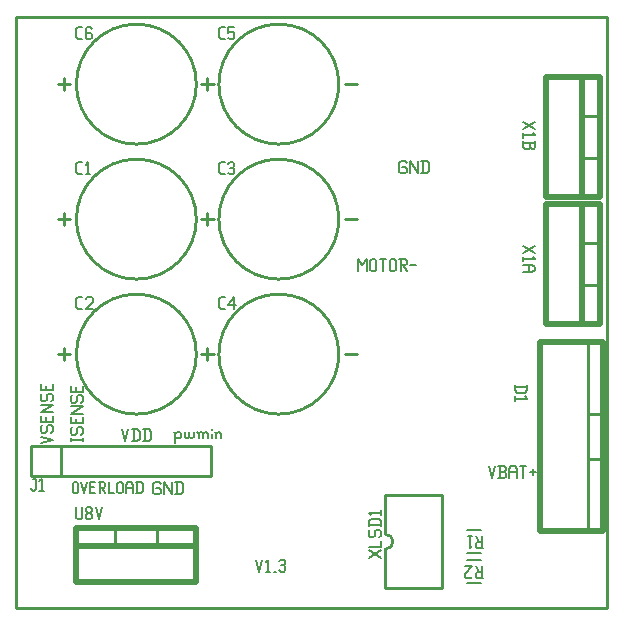
<source format=gto>
G04 start of page 7 for group -4079 idx -4079 *
G04 Title: Motor regeling, topsilk *
G04 Creator: pcb 20140316 *
G04 CreationDate: Sun 28 Feb 2016 01:10:26 PM GMT UTC *
G04 For: thba *
G04 Format: Gerber/RS-274X *
G04 PCB-Dimensions (mil): 1970.00 1970.00 *
G04 PCB-Coordinate-Origin: lower left *
%MOIN*%
%FSLAX25Y25*%
%LNTOPSILK*%
%ADD75C,0.0200*%
%ADD74C,0.0080*%
%ADD73C,0.0100*%
G54D73*X0Y197000D02*X197000D01*
Y0D02*Y197000D01*
Y0D02*X0D01*
Y197000D01*
G54D74*X157404Y47160D02*X158404Y43160D01*
X159404Y47160D01*
X160604Y43160D02*X162604D01*
X163104Y43660D01*
Y44860D02*Y43660D01*
X162604Y45360D02*X163104Y44860D01*
X161104Y45360D02*X162604D01*
X161104Y47160D02*Y43160D01*
X160604Y47160D02*X162604D01*
X163104Y46660D01*
Y45860D01*
X162604Y45360D02*X163104Y45860D01*
X164304Y46160D02*Y43160D01*
Y46160D02*X165004Y47160D01*
X166104D01*
X166804Y46160D01*
Y43160D01*
X164304Y45160D02*X166804D01*
X168004Y47160D02*X170004D01*
X169004D02*Y43160D01*
X171204Y45160D02*X173204D01*
X172204Y46160D02*Y44160D01*
X35360Y59409D02*X36360Y55409D01*
X37360Y59409D01*
X39060D02*Y55409D01*
X40360Y59409D02*X41060Y58709D01*
Y56109D01*
X40360Y55409D02*X41060Y56109D01*
X38560Y55409D02*X40360D01*
X38560Y59409D02*X40360D01*
X42760D02*Y55409D01*
X44060Y59409D02*X44760Y58709D01*
Y56109D01*
X44060Y55409D02*X44760Y56109D01*
X42260Y55409D02*X44060D01*
X42260Y59409D02*X44060D01*
X52958Y57901D02*Y54901D01*
X52458Y58401D02*X52958Y57901D01*
X53458Y58401D01*
X54458D01*
X54958Y57901D01*
Y56901D01*
X54458Y56401D02*X54958Y56901D01*
X53458Y56401D02*X54458D01*
X52958Y56901D02*X53458Y56401D01*
X56158Y58401D02*Y56901D01*
X56658Y56401D01*
X57158D01*
X57658Y56901D01*
Y58401D02*Y56901D01*
X58158Y56401D01*
X58658D01*
X59158Y56901D01*
Y58401D02*Y56901D01*
X60858Y57901D02*Y56401D01*
Y57901D02*X61358Y58401D01*
X61858D01*
X62358Y57901D01*
Y56401D01*
Y57901D02*X62858Y58401D01*
X63358D01*
X63858Y57901D01*
Y56401D01*
X60358Y58401D02*X60858Y57901D01*
X65058Y59401D02*Y59301D01*
Y57901D02*Y56401D01*
X66558Y57901D02*Y56401D01*
Y57901D02*X67058Y58401D01*
X67558D01*
X68058Y57901D01*
Y56401D01*
X66058Y58401D02*X66558Y57901D01*
X8137Y55040D02*X12137Y56040D01*
X8137Y57040D01*
Y60240D02*X8637Y60740D01*
X8137Y60240D02*Y58740D01*
X8637Y58240D02*X8137Y58740D01*
X8637Y58240D02*X9637D01*
X10137Y58740D01*
Y60240D02*Y58740D01*
Y60240D02*X10637Y60740D01*
X11637D01*
X12137Y60240D02*X11637Y60740D01*
X12137Y60240D02*Y58740D01*
X11637Y58240D02*X12137Y58740D01*
X9937Y63440D02*Y61940D01*
X12137Y63940D02*Y61940D01*
X8137D02*X12137D01*
X8137Y63940D02*Y61940D01*
Y65140D02*X12137D01*
X8137D02*X12137Y67640D01*
X8137D02*X12137D01*
X8137Y70840D02*X8637Y71340D01*
X8137Y70840D02*Y69340D01*
X8637Y68840D02*X8137Y69340D01*
X8637Y68840D02*X9637D01*
X10137Y69340D01*
Y70840D02*Y69340D01*
Y70840D02*X10637Y71340D01*
X11637D01*
X12137Y70840D02*X11637Y71340D01*
X12137Y70840D02*Y69340D01*
X11637Y68840D02*X12137Y69340D01*
X9937Y74040D02*Y72540D01*
X12137Y74540D02*Y72540D01*
X8137D02*X12137D01*
X8137Y74540D02*Y72540D01*
X18107Y56505D02*Y55505D01*
Y56005D02*X22107D01*
Y56505D02*Y55505D01*
X18107Y59705D02*X18607Y60205D01*
X18107Y59705D02*Y58205D01*
X18607Y57705D02*X18107Y58205D01*
X18607Y57705D02*X19607D01*
X20107Y58205D01*
Y59705D02*Y58205D01*
Y59705D02*X20607Y60205D01*
X21607D01*
X22107Y59705D02*X21607Y60205D01*
X22107Y59705D02*Y58205D01*
X21607Y57705D02*X22107Y58205D01*
X19907Y62905D02*Y61405D01*
X22107Y63405D02*Y61405D01*
X18107D02*X22107D01*
X18107Y63405D02*Y61405D01*
Y64605D02*X22107D01*
X18107D02*X22107Y67105D01*
X18107D02*X22107D01*
X18107Y70305D02*X18607Y70805D01*
X18107Y70305D02*Y68805D01*
X18607Y68305D02*X18107Y68805D01*
X18607Y68305D02*X19607D01*
X20107Y68805D01*
Y70305D02*Y68805D01*
Y70305D02*X20607Y70805D01*
X21607D01*
X22107Y70305D02*X21607Y70805D01*
X22107Y70305D02*Y68805D01*
X21607Y68305D02*X22107Y68805D01*
X19907Y73505D02*Y72005D01*
X22107Y74005D02*Y72005D01*
X18107D02*X22107D01*
X18107Y74005D02*Y72005D01*
X18781Y41318D02*Y38618D01*
Y41318D02*X19231Y41768D01*
X20131D01*
X20581Y41318D01*
Y38618D01*
X20131Y38168D02*X20581Y38618D01*
X19231Y38168D02*X20131D01*
X18781Y38618D02*X19231Y38168D01*
X21661Y41768D02*X22561Y38168D01*
X23461Y41768D01*
X24541Y40148D02*X25891D01*
X24541Y38168D02*X26341D01*
X24541Y41768D02*Y38168D01*
Y41768D02*X26341D01*
X27421D02*X29221D01*
X29671Y41318D01*
Y40418D01*
X29221Y39968D02*X29671Y40418D01*
X27871Y39968D02*X29221D01*
X27871Y41768D02*Y38168D01*
X28591Y39968D02*X29671Y38168D01*
X30751Y41768D02*Y38168D01*
X32551D01*
X33631Y41318D02*Y38618D01*
Y41318D02*X34081Y41768D01*
X34981D01*
X35431Y41318D01*
Y38618D01*
X34981Y38168D02*X35431Y38618D01*
X34081Y38168D02*X34981D01*
X33631Y38618D02*X34081Y38168D01*
X36511Y40868D02*Y38168D01*
Y40868D02*X37141Y41768D01*
X38131D01*
X38761Y40868D01*
Y38168D01*
X36511Y39968D02*X38761D01*
X40291Y41768D02*Y38168D01*
X41461Y41768D02*X42091Y41138D01*
Y38798D01*
X41461Y38168D02*X42091Y38798D01*
X39841Y38168D02*X41461D01*
X39841Y41768D02*X41461D01*
X47627Y41852D02*X48127Y41352D01*
X46127Y41852D02*X47627D01*
X45627Y41352D02*X46127Y41852D01*
X45627Y41352D02*Y38352D01*
X46127Y37852D01*
X47627D01*
X48127Y38352D01*
Y39352D02*Y38352D01*
X47627Y39852D02*X48127Y39352D01*
X46627Y39852D02*X47627D01*
X49327Y41852D02*Y37852D01*
Y41852D02*X51827Y37852D01*
Y41852D02*Y37852D01*
X53527Y41852D02*Y37852D01*
X54827Y41852D02*X55527Y41152D01*
Y38552D01*
X54827Y37852D02*X55527Y38552D01*
X53027Y37852D02*X54827D01*
X53027Y41852D02*X54827D01*
X80000Y16000D02*X81000Y12000D01*
X82000Y16000D01*
X83200Y15200D02*X84000Y16000D01*
Y12000D01*
X83200D02*X84700D01*
X85900D02*X86400D01*
X87600Y15500D02*X88100Y16000D01*
X89100D01*
X89600Y15500D01*
X89100Y12000D02*X89600Y12500D01*
X88100Y12000D02*X89100D01*
X87600Y12500D02*X88100Y12000D01*
Y14200D02*X89100D01*
X89600Y15500D02*Y14700D01*
Y13700D02*Y12500D01*
Y13700D02*X89100Y14200D01*
X89600Y14700D02*X89100Y14200D01*
X113809Y116057D02*Y112057D01*
Y116057D02*X115309Y114057D01*
X116809Y116057D01*
Y112057D01*
X118009Y115557D02*Y112557D01*
Y115557D02*X118509Y116057D01*
X119509D01*
X120009Y115557D01*
Y112557D01*
X119509Y112057D02*X120009Y112557D01*
X118509Y112057D02*X119509D01*
X118009Y112557D02*X118509Y112057D01*
X121209Y116057D02*X123209D01*
X122209D02*Y112057D01*
X124409Y115557D02*Y112557D01*
Y115557D02*X124909Y116057D01*
X125909D01*
X126409Y115557D01*
Y112557D01*
X125909Y112057D02*X126409Y112557D01*
X124909Y112057D02*X125909D01*
X124409Y112557D02*X124909Y112057D01*
X127609Y116057D02*X129609D01*
X130109Y115557D01*
Y114557D01*
X129609Y114057D02*X130109Y114557D01*
X128109Y114057D02*X129609D01*
X128109Y116057D02*Y112057D01*
X128909Y114057D02*X130109Y112057D01*
X131309Y114057D02*X133309D01*
X129643Y148839D02*X130143Y148339D01*
X128143Y148839D02*X129643D01*
X127643Y148339D02*X128143Y148839D01*
X127643Y148339D02*Y145339D01*
X128143Y144839D01*
X129643D01*
X130143Y145339D01*
Y146339D02*Y145339D01*
X129643Y146839D02*X130143Y146339D01*
X128643Y146839D02*X129643D01*
X131343Y148839D02*Y144839D01*
Y148839D02*X133843Y144839D01*
Y148839D02*Y144839D01*
X135543Y148839D02*Y144839D01*
X136843Y148839D02*X137543Y148139D01*
Y145539D01*
X136843Y144839D02*X137543Y145539D01*
X135043Y144839D02*X136843D01*
X135043Y148839D02*X136843D01*
X150138Y8260D02*X154862D01*
X150138Y15740D02*X154862D01*
X150138Y18260D02*X154862D01*
X150138Y25740D02*X154862D01*
G54D75*X174500Y88500D02*X195500D01*
X174500D02*Y25500D01*
X195500D01*
Y88500D02*Y25500D01*
G54D73*X190500Y88500D02*Y25500D01*
Y64500D02*X195500D01*
X190500Y49500D02*X195500D01*
X123000Y6500D02*X142000D01*
Y37500D01*
X123000D02*X142000D01*
X123000Y6500D02*Y19500D01*
Y24500D02*Y37500D01*
Y19500D02*G75*G03X123000Y24500I0J2500D01*G01*
G54D75*X194500Y134500D02*Y94500D01*
X176500D02*X194500D01*
X176500Y134500D02*Y94500D01*
Y134500D02*X194500D01*
Y94500D01*
X188500D02*X194500D01*
X188500Y134500D02*Y94500D01*
Y134500D02*X194500D01*
G54D73*X188500Y121500D02*X194500D01*
X188500Y107500D02*X194500D01*
G54D75*Y177000D02*Y137000D01*
X176500D02*X194500D01*
X176500Y177000D02*Y137000D01*
Y177000D02*X194500D01*
Y137000D01*
X188500D02*X194500D01*
X188500Y177000D02*Y137000D01*
Y177000D02*X194500D01*
G54D73*X188500Y164000D02*X194500D01*
X188500Y150000D02*X194500D01*
G54D75*X20000Y26500D02*X60000D01*
Y8500D01*
X20000D01*
Y26500D01*
X60000D01*
Y20500D01*
X20000D01*
Y26500D01*
G54D73*X33000D02*Y20500D01*
X47000Y26500D02*Y20500D01*
X5000Y44000D02*X65000D01*
Y54000D02*Y44000D01*
X5000Y54000D02*X65000D01*
X5000D02*Y44000D01*
X15000Y54000D02*Y44000D01*
X5000Y54000D02*X15000D01*
X61500Y129500D02*X65500D01*
X63500Y131500D02*Y127500D01*
X109500Y129500D02*X113500D01*
X67500D02*G75*G03X67500Y129500I20000J0D01*G01*
X61500Y84500D02*X65500D01*
X63500Y86500D02*Y82500D01*
X109500Y84500D02*X113500D01*
X67500D02*G75*G03X67500Y84500I20000J0D01*G01*
X61500Y174500D02*X65500D01*
X63500Y176500D02*Y172500D01*
X109500Y174500D02*X113500D01*
X67500D02*G75*G03X67500Y174500I20000J0D01*G01*
X14000Y174500D02*X18000D01*
X16000Y176500D02*Y172500D01*
X62000Y174500D02*X66000D01*
X20000D02*G75*G03X20000Y174500I20000J0D01*G01*
X14000Y129500D02*X18000D01*
X16000Y131500D02*Y127500D01*
X62000Y129500D02*X66000D01*
X20000D02*G75*G03X20000Y129500I20000J0D01*G01*
X14000Y84500D02*X18000D01*
X16000Y86500D02*Y82500D01*
X62000Y84500D02*X66000D01*
X20000D02*G75*G03X20000Y84500I20000J0D01*G01*
G54D74*X153650Y9850D02*X155650D01*
X153650D02*X153150Y10350D01*
Y11350D02*Y10350D01*
X153650Y11850D02*X153150Y11350D01*
X153650Y11850D02*X155150D01*
Y13850D02*Y9850D01*
X154350Y11850D02*X153150Y13850D01*
X151950Y10350D02*X151450Y9850D01*
X149950D02*X151450D01*
X149950D02*X149450Y10350D01*
Y11350D02*Y10350D01*
X151950Y13850D02*X149450Y11350D01*
Y13850D02*X151950D01*
X169023Y120629D02*X173023Y118129D01*
Y120629D02*X169023Y118129D01*
X172223Y116929D02*X173023Y116129D01*
X169023D02*X173023D01*
X169023Y116929D02*Y115429D01*
Y114229D02*X172023D01*
X173023Y113529D01*
Y112429D01*
X172023Y111729D01*
X169023D02*X172023D01*
X171023Y114229D02*Y111729D01*
X169023Y161905D02*X173023Y159405D01*
Y161905D02*X169023Y159405D01*
X172223Y158205D02*X173023Y157405D01*
X169023D02*X173023D01*
X169023Y158205D02*Y156705D01*
Y155505D02*Y153505D01*
X169523Y153005D01*
X170723D01*
X171223Y153505D02*X170723Y153005D01*
X171223Y155005D02*Y153505D01*
X169023Y155005D02*X173023D01*
Y155505D02*Y153505D01*
X172523Y153005D01*
X171723D02*X172523D01*
X171223Y153505D02*X171723Y153005D01*
X166203Y73691D02*X170203D01*
Y72391D02*X169503Y71691D01*
X166903D02*X169503D01*
X166203Y72391D02*X166903Y71691D01*
X166203Y74191D02*Y72391D01*
X170203Y74191D02*Y72391D01*
X169403Y70491D02*X170203Y69691D01*
X166203D02*X170203D01*
X166203Y70491D02*Y68991D01*
X153650Y19850D02*X155650D01*
X153650D02*X153150Y20350D01*
Y21350D02*Y20350D01*
X153650Y21850D02*X153150Y21350D01*
X153650Y21850D02*X155150D01*
Y23850D02*Y19850D01*
X154350Y21850D02*X153150Y23850D01*
X151950Y20650D02*X151150Y19850D01*
Y23850D02*Y19850D01*
X150450Y23850D02*X151950D01*
X121537Y16610D02*X117537Y19110D01*
Y16610D02*X121537Y19110D01*
X117537Y20310D02*X121537D01*
Y22310D02*Y20310D01*
X117537Y25510D02*X118037Y26010D01*
X117537Y25510D02*Y24010D01*
X118037Y23510D02*X117537Y24010D01*
X118037Y23510D02*X119037D01*
X119537Y24010D01*
Y25510D02*Y24010D01*
Y25510D02*X120037Y26010D01*
X121037D01*
X121537Y25510D02*X121037Y26010D01*
X121537Y25510D02*Y24010D01*
X121037Y23510D02*X121537Y24010D01*
X117537Y27710D02*X121537D01*
X117537Y29010D02*X118237Y29710D01*
X120837D01*
X121537Y29010D02*X120837Y29710D01*
X121537Y29010D02*Y27210D01*
X117537Y29010D02*Y27210D01*
X118337Y30910D02*X117537Y31710D01*
X121537D01*
Y32410D02*Y30910D01*
X20700Y189500D02*X22000D01*
X20000Y190200D02*X20700Y189500D01*
X20000Y192800D02*Y190200D01*
Y192800D02*X20700Y193500D01*
X22000D01*
X24700D02*X25200Y193000D01*
X23700Y193500D02*X24700D01*
X23200Y193000D02*X23700Y193500D01*
X23200Y193000D02*Y190000D01*
X23700Y189500D01*
X24700Y191700D02*X25200Y191200D01*
X23200Y191700D02*X24700D01*
X23700Y189500D02*X24700D01*
X25200Y190000D01*
Y191200D02*Y190000D01*
X68200Y144500D02*X69500D01*
X67500Y145200D02*X68200Y144500D01*
X67500Y147800D02*Y145200D01*
Y147800D02*X68200Y148500D01*
X69500D01*
X70700Y148000D02*X71200Y148500D01*
X72200D01*
X72700Y148000D01*
X72200Y144500D02*X72700Y145000D01*
X71200Y144500D02*X72200D01*
X70700Y145000D02*X71200Y144500D01*
Y146700D02*X72200D01*
X72700Y148000D02*Y147200D01*
Y146200D02*Y145000D01*
Y146200D02*X72200Y146700D01*
X72700Y147200D02*X72200Y146700D01*
X68200Y99500D02*X69500D01*
X67500Y100200D02*X68200Y99500D01*
X67500Y102800D02*Y100200D01*
Y102800D02*X68200Y103500D01*
X69500D01*
X70700Y101000D02*X72700Y103500D01*
X70700Y101000D02*X73200D01*
X72700Y103500D02*Y99500D01*
X20700Y144500D02*X22000D01*
X20000Y145200D02*X20700Y144500D01*
X20000Y147800D02*Y145200D01*
Y147800D02*X20700Y148500D01*
X22000D01*
X23200Y147700D02*X24000Y148500D01*
Y144500D01*
X23200D02*X24700D01*
X20700Y99500D02*X22000D01*
X20000Y100200D02*X20700Y99500D01*
X20000Y102800D02*Y100200D01*
Y102800D02*X20700Y103500D01*
X22000D01*
X23200Y103000D02*X23700Y103500D01*
X25200D01*
X25700Y103000D01*
Y102000D01*
X23200Y99500D02*X25700Y102000D01*
X23200Y99500D02*X25700D01*
X68200Y189500D02*X69500D01*
X67500Y190200D02*X68200Y189500D01*
X67500Y192800D02*Y190200D01*
Y192800D02*X68200Y193500D01*
X69500D01*
X70700D02*X72700D01*
X70700D02*Y191500D01*
X71200Y192000D01*
X72200D01*
X72700Y191500D01*
Y190000D01*
X72200Y189500D02*X72700Y190000D01*
X71200Y189500D02*X72200D01*
X70700Y190000D02*X71200Y189500D01*
X20000Y33500D02*Y30000D01*
X20500Y29500D01*
X21500D01*
X22000Y30000D01*
Y33500D02*Y30000D01*
X23200D02*X23700Y29500D01*
X23200Y30800D02*Y30000D01*
Y30800D02*X23900Y31500D01*
X24500D01*
X25200Y30800D01*
Y30000D01*
X24700Y29500D02*X25200Y30000D01*
X23700Y29500D02*X24700D01*
X23200Y32200D02*X23900Y31500D01*
X23200Y33000D02*Y32200D01*
Y33000D02*X23700Y33500D01*
X24700D01*
X25200Y33000D01*
Y32200D01*
X24500Y31500D02*X25200Y32200D01*
X26400Y33500D02*X27400Y29500D01*
X28400Y33500D01*
X5700Y43000D02*X6500D01*
Y39500D01*
X6000Y39000D02*X6500Y39500D01*
X5500Y39000D02*X6000D01*
X5000Y39500D02*X5500Y39000D01*
X5000Y40000D02*Y39500D01*
X7700Y42200D02*X8500Y43000D01*
Y39000D01*
X7700D02*X9200D01*
M02*

</source>
